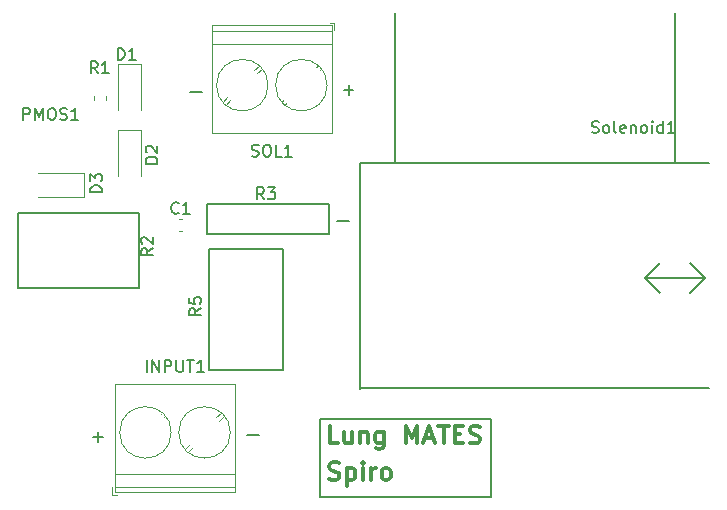
<source format=gbr>
G04 #@! TF.GenerationSoftware,KiCad,Pcbnew,5.0.1*
G04 #@! TF.CreationDate,2019-03-15T13:28:57+13:00*
G04 #@! TF.ProjectId,spiroBoard,737069726F426F6172642E6B69636164,rev?*
G04 #@! TF.SameCoordinates,Original*
G04 #@! TF.FileFunction,Legend,Top*
G04 #@! TF.FilePolarity,Positive*
%FSLAX46Y46*%
G04 Gerber Fmt 4.6, Leading zero omitted, Abs format (unit mm)*
G04 Created by KiCad (PCBNEW 5.0.1) date Fri 15 Mar 2019 01:28:57 PM NZDT*
%MOMM*%
%LPD*%
G01*
G04 APERTURE LIST*
%ADD10C,0.200000*%
%ADD11C,0.300000*%
%ADD12C,0.150000*%
%ADD13C,0.120000*%
G04 APERTURE END LIST*
D10*
X159380000Y-107060000D02*
X173870000Y-107060000D01*
X159390000Y-113640000D02*
X159390000Y-107040000D01*
X173860000Y-113640000D02*
X159390000Y-113640000D01*
X173860000Y-107080000D02*
X173860000Y-113640000D01*
D11*
X160162857Y-112167142D02*
X160377142Y-112238571D01*
X160734285Y-112238571D01*
X160877142Y-112167142D01*
X160948571Y-112095714D01*
X161020000Y-111952857D01*
X161020000Y-111810000D01*
X160948571Y-111667142D01*
X160877142Y-111595714D01*
X160734285Y-111524285D01*
X160448571Y-111452857D01*
X160305714Y-111381428D01*
X160234285Y-111310000D01*
X160162857Y-111167142D01*
X160162857Y-111024285D01*
X160234285Y-110881428D01*
X160305714Y-110810000D01*
X160448571Y-110738571D01*
X160805714Y-110738571D01*
X161020000Y-110810000D01*
X161662857Y-111238571D02*
X161662857Y-112738571D01*
X161662857Y-111310000D02*
X161805714Y-111238571D01*
X162091428Y-111238571D01*
X162234285Y-111310000D01*
X162305714Y-111381428D01*
X162377142Y-111524285D01*
X162377142Y-111952857D01*
X162305714Y-112095714D01*
X162234285Y-112167142D01*
X162091428Y-112238571D01*
X161805714Y-112238571D01*
X161662857Y-112167142D01*
X163020000Y-112238571D02*
X163020000Y-111238571D01*
X163020000Y-110738571D02*
X162948571Y-110810000D01*
X163020000Y-110881428D01*
X163091428Y-110810000D01*
X163020000Y-110738571D01*
X163020000Y-110881428D01*
X163734285Y-112238571D02*
X163734285Y-111238571D01*
X163734285Y-111524285D02*
X163805714Y-111381428D01*
X163877142Y-111310000D01*
X164020000Y-111238571D01*
X164162857Y-111238571D01*
X164877142Y-112238571D02*
X164734285Y-112167142D01*
X164662857Y-112095714D01*
X164591428Y-111952857D01*
X164591428Y-111524285D01*
X164662857Y-111381428D01*
X164734285Y-111310000D01*
X164877142Y-111238571D01*
X165091428Y-111238571D01*
X165234285Y-111310000D01*
X165305714Y-111381428D01*
X165377142Y-111524285D01*
X165377142Y-111952857D01*
X165305714Y-112095714D01*
X165234285Y-112167142D01*
X165091428Y-112238571D01*
X164877142Y-112238571D01*
X160912857Y-109128571D02*
X160198571Y-109128571D01*
X160198571Y-107628571D01*
X162055714Y-108128571D02*
X162055714Y-109128571D01*
X161412857Y-108128571D02*
X161412857Y-108914285D01*
X161484285Y-109057142D01*
X161627142Y-109128571D01*
X161841428Y-109128571D01*
X161984285Y-109057142D01*
X162055714Y-108985714D01*
X162770000Y-108128571D02*
X162770000Y-109128571D01*
X162770000Y-108271428D02*
X162841428Y-108200000D01*
X162984285Y-108128571D01*
X163198571Y-108128571D01*
X163341428Y-108200000D01*
X163412857Y-108342857D01*
X163412857Y-109128571D01*
X164770000Y-108128571D02*
X164770000Y-109342857D01*
X164698571Y-109485714D01*
X164627142Y-109557142D01*
X164484285Y-109628571D01*
X164270000Y-109628571D01*
X164127142Y-109557142D01*
X164770000Y-109057142D02*
X164627142Y-109128571D01*
X164341428Y-109128571D01*
X164198571Y-109057142D01*
X164127142Y-108985714D01*
X164055714Y-108842857D01*
X164055714Y-108414285D01*
X164127142Y-108271428D01*
X164198571Y-108200000D01*
X164341428Y-108128571D01*
X164627142Y-108128571D01*
X164770000Y-108200000D01*
X166627142Y-109128571D02*
X166627142Y-107628571D01*
X167127142Y-108700000D01*
X167627142Y-107628571D01*
X167627142Y-109128571D01*
X168270000Y-108700000D02*
X168984285Y-108700000D01*
X168127142Y-109128571D02*
X168627142Y-107628571D01*
X169127142Y-109128571D01*
X169412857Y-107628571D02*
X170270000Y-107628571D01*
X169841428Y-109128571D02*
X169841428Y-107628571D01*
X170770000Y-108342857D02*
X171270000Y-108342857D01*
X171484285Y-109128571D02*
X170770000Y-109128571D01*
X170770000Y-107628571D01*
X171484285Y-107628571D01*
X172055714Y-109057142D02*
X172270000Y-109128571D01*
X172627142Y-109128571D01*
X172770000Y-109057142D01*
X172841428Y-108985714D01*
X172912857Y-108842857D01*
X172912857Y-108700000D01*
X172841428Y-108557142D01*
X172770000Y-108485714D01*
X172627142Y-108414285D01*
X172341428Y-108342857D01*
X172198571Y-108271428D01*
X172127142Y-108200000D01*
X172055714Y-108057142D01*
X172055714Y-107914285D01*
X172127142Y-107771428D01*
X172198571Y-107700000D01*
X172341428Y-107628571D01*
X172698571Y-107628571D01*
X172912857Y-107700000D01*
D10*
X161800000Y-78800000D02*
X161800000Y-79600000D01*
X154200000Y-108400000D02*
X153184000Y-108400000D01*
X140200000Y-108600000D02*
X141000000Y-108600000D01*
X140600000Y-108184000D02*
X140600000Y-109000000D01*
X160850000Y-90290000D02*
X161866000Y-90290000D01*
X149416000Y-79400000D02*
X148400000Y-79400000D01*
X161384000Y-79200000D02*
X162200000Y-79200000D01*
D12*
G04 #@! TO.C,R3*
X160100000Y-88892000D02*
X160100000Y-91442000D01*
X149800000Y-88892000D02*
X160100000Y-88892000D01*
X149800000Y-91442000D02*
X149800000Y-88892000D01*
X160100000Y-91442000D02*
X149800000Y-91442000D01*
G04 #@! TO.C,R5*
X156240000Y-92680000D02*
X156240000Y-102880000D01*
X149940000Y-92680000D02*
X149940000Y-102880000D01*
X156240000Y-102880000D02*
X149940000Y-102880000D01*
X156240000Y-92680000D02*
X149940000Y-92680000D01*
G04 #@! TO.C,R2*
X133828000Y-89632000D02*
X133828000Y-95932000D01*
X144028000Y-89632000D02*
X144028000Y-95932000D01*
X133828000Y-95932000D02*
X144028000Y-95932000D01*
X133828000Y-89632000D02*
X144028000Y-89632000D01*
D13*
G04 #@! TO.C,C1*
X147411221Y-90168000D02*
X147736779Y-90168000D01*
X147411221Y-91188000D02*
X147736779Y-91188000D01*
G04 #@! TO.C,D1*
X144256000Y-77048000D02*
X142256000Y-77048000D01*
X142256000Y-77048000D02*
X142256000Y-80898000D01*
X144256000Y-77048000D02*
X144256000Y-80898000D01*
G04 #@! TO.C,D2*
X144256000Y-82636000D02*
X144256000Y-86486000D01*
X142256000Y-82636000D02*
X142256000Y-86486000D01*
X144256000Y-82636000D02*
X142256000Y-82636000D01*
G04 #@! TO.C,D3*
X139360000Y-88249000D02*
X139360000Y-86249000D01*
X139360000Y-86249000D02*
X135510000Y-86249000D01*
X139360000Y-88249000D02*
X135510000Y-88249000D01*
G04 #@! TO.C,INPUT1*
X146780000Y-108200000D02*
G75*
G03X146780000Y-108200000I-2180000J0D01*
G01*
X151780000Y-108200000D02*
G75*
G03X151780000Y-108200000I-2180000J0D01*
G01*
X142040000Y-112800000D02*
X152160000Y-112800000D01*
X142040000Y-111700000D02*
X152160000Y-111700000D01*
X142040000Y-104140000D02*
X152160000Y-104140000D01*
X142040000Y-113260000D02*
X152160000Y-113260000D01*
X142040000Y-104140000D02*
X142040000Y-113260000D01*
X152160000Y-104140000D02*
X152160000Y-113260000D01*
X146254000Y-106812000D02*
X146147000Y-106919000D01*
X143318000Y-109747000D02*
X143212000Y-109854000D01*
X145988000Y-106546000D02*
X145881000Y-106653000D01*
X143052000Y-109481000D02*
X142946000Y-109588000D01*
X151254000Y-106812000D02*
X150859000Y-107208000D01*
X148593000Y-109474000D02*
X148213000Y-109854000D01*
X150988000Y-106546000D02*
X150608000Y-106926000D01*
X148342000Y-109192000D02*
X147947000Y-109588000D01*
X141800000Y-112860000D02*
X141800000Y-113500000D01*
X141800000Y-113500000D02*
X142200000Y-113500000D01*
G04 #@! TO.C,SOL1*
X160600000Y-73500000D02*
X160200000Y-73500000D01*
X160600000Y-74140000D02*
X160600000Y-73500000D01*
X154058000Y-77808000D02*
X154453000Y-77412000D01*
X151412000Y-80454000D02*
X151792000Y-80074000D01*
X153807000Y-77526000D02*
X154187000Y-77146000D01*
X151146000Y-80188000D02*
X151541000Y-79792000D01*
X159348000Y-77519000D02*
X159454000Y-77412000D01*
X156412000Y-80454000D02*
X156519000Y-80347000D01*
X159082000Y-77253000D02*
X159188000Y-77146000D01*
X156146000Y-80188000D02*
X156253000Y-80081000D01*
X150240000Y-82860000D02*
X150240000Y-73740000D01*
X160360000Y-82860000D02*
X160360000Y-73740000D01*
X160360000Y-73740000D02*
X150240000Y-73740000D01*
X160360000Y-82860000D02*
X150240000Y-82860000D01*
X160360000Y-75300000D02*
X150240000Y-75300000D01*
X160360000Y-74200000D02*
X150240000Y-74200000D01*
X154980000Y-78800000D02*
G75*
G03X154980000Y-78800000I-2180000J0D01*
G01*
X159980000Y-78800000D02*
G75*
G03X159980000Y-78800000I-2180000J0D01*
G01*
G04 #@! TO.C,R1*
X141226000Y-79720221D02*
X141226000Y-80045779D01*
X140206000Y-79720221D02*
X140206000Y-80045779D01*
D12*
G04 #@! TO.C,Solenoid1*
X165702473Y-85375901D02*
X165702473Y-72675901D01*
X189402473Y-85375901D02*
X189402473Y-72675901D01*
X192302473Y-85375901D02*
X162802473Y-85375901D01*
X192302473Y-104475901D02*
X162802473Y-104475901D01*
X186916000Y-95090000D02*
X188186000Y-93820000D01*
X188186000Y-93820000D02*
X186916000Y-95090000D01*
X186916000Y-95090000D02*
X188186000Y-96360000D01*
X188186000Y-96360000D02*
X186916000Y-95090000D01*
X186916000Y-95090000D02*
X191996000Y-95090000D01*
X191996000Y-95090000D02*
X190726000Y-93820000D01*
X190726000Y-93820000D02*
X191996000Y-95090000D01*
X191996000Y-95090000D02*
X190726000Y-96360000D01*
X162786000Y-104488000D02*
X162786000Y-85438000D01*
G04 #@! TO.C,R3*
X154633333Y-88452380D02*
X154300000Y-87976190D01*
X154061904Y-88452380D02*
X154061904Y-87452380D01*
X154442857Y-87452380D01*
X154538095Y-87500000D01*
X154585714Y-87547619D01*
X154633333Y-87642857D01*
X154633333Y-87785714D01*
X154585714Y-87880952D01*
X154538095Y-87928571D01*
X154442857Y-87976190D01*
X154061904Y-87976190D01*
X154966666Y-87452380D02*
X155585714Y-87452380D01*
X155252380Y-87833333D01*
X155395238Y-87833333D01*
X155490476Y-87880952D01*
X155538095Y-87928571D01*
X155585714Y-88023809D01*
X155585714Y-88261904D01*
X155538095Y-88357142D01*
X155490476Y-88404761D01*
X155395238Y-88452380D01*
X155109523Y-88452380D01*
X155014285Y-88404761D01*
X154966666Y-88357142D01*
G04 #@! TO.C,R5*
X149296380Y-97702666D02*
X148820190Y-98036000D01*
X149296380Y-98274095D02*
X148296380Y-98274095D01*
X148296380Y-97893142D01*
X148344000Y-97797904D01*
X148391619Y-97750285D01*
X148486857Y-97702666D01*
X148629714Y-97702666D01*
X148724952Y-97750285D01*
X148772571Y-97797904D01*
X148820190Y-97893142D01*
X148820190Y-98274095D01*
X148296380Y-96797904D02*
X148296380Y-97274095D01*
X148772571Y-97321714D01*
X148724952Y-97274095D01*
X148677333Y-97178857D01*
X148677333Y-96940761D01*
X148724952Y-96845523D01*
X148772571Y-96797904D01*
X148867809Y-96750285D01*
X149105904Y-96750285D01*
X149201142Y-96797904D01*
X149248761Y-96845523D01*
X149296380Y-96940761D01*
X149296380Y-97178857D01*
X149248761Y-97274095D01*
X149201142Y-97321714D01*
G04 #@! TO.C,R2*
X145232380Y-92622666D02*
X144756190Y-92956000D01*
X145232380Y-93194095D02*
X144232380Y-93194095D01*
X144232380Y-92813142D01*
X144280000Y-92717904D01*
X144327619Y-92670285D01*
X144422857Y-92622666D01*
X144565714Y-92622666D01*
X144660952Y-92670285D01*
X144708571Y-92717904D01*
X144756190Y-92813142D01*
X144756190Y-93194095D01*
X144327619Y-92241714D02*
X144280000Y-92194095D01*
X144232380Y-92098857D01*
X144232380Y-91860761D01*
X144280000Y-91765523D01*
X144327619Y-91717904D01*
X144422857Y-91670285D01*
X144518095Y-91670285D01*
X144660952Y-91717904D01*
X145232380Y-92289333D01*
X145232380Y-91670285D01*
G04 #@! TO.C,C1*
X147407333Y-89605142D02*
X147359714Y-89652761D01*
X147216857Y-89700380D01*
X147121619Y-89700380D01*
X146978761Y-89652761D01*
X146883523Y-89557523D01*
X146835904Y-89462285D01*
X146788285Y-89271809D01*
X146788285Y-89128952D01*
X146835904Y-88938476D01*
X146883523Y-88843238D01*
X146978761Y-88748000D01*
X147121619Y-88700380D01*
X147216857Y-88700380D01*
X147359714Y-88748000D01*
X147407333Y-88795619D01*
X148359714Y-89700380D02*
X147788285Y-89700380D01*
X148074000Y-89700380D02*
X148074000Y-88700380D01*
X147978761Y-88843238D01*
X147883523Y-88938476D01*
X147788285Y-88986095D01*
G04 #@! TO.C,D1*
X142263904Y-76652380D02*
X142263904Y-75652380D01*
X142502000Y-75652380D01*
X142644857Y-75700000D01*
X142740095Y-75795238D01*
X142787714Y-75890476D01*
X142835333Y-76080952D01*
X142835333Y-76223809D01*
X142787714Y-76414285D01*
X142740095Y-76509523D01*
X142644857Y-76604761D01*
X142502000Y-76652380D01*
X142263904Y-76652380D01*
X143787714Y-76652380D02*
X143216285Y-76652380D01*
X143502000Y-76652380D02*
X143502000Y-75652380D01*
X143406761Y-75795238D01*
X143311523Y-75890476D01*
X143216285Y-75938095D01*
G04 #@! TO.C,D2*
X145613380Y-85447095D02*
X144613380Y-85447095D01*
X144613380Y-85209000D01*
X144661000Y-85066142D01*
X144756238Y-84970904D01*
X144851476Y-84923285D01*
X145041952Y-84875666D01*
X145184809Y-84875666D01*
X145375285Y-84923285D01*
X145470523Y-84970904D01*
X145565761Y-85066142D01*
X145613380Y-85209000D01*
X145613380Y-85447095D01*
X144708619Y-84494714D02*
X144661000Y-84447095D01*
X144613380Y-84351857D01*
X144613380Y-84113761D01*
X144661000Y-84018523D01*
X144708619Y-83970904D01*
X144803857Y-83923285D01*
X144899095Y-83923285D01*
X145041952Y-83970904D01*
X145613380Y-84542333D01*
X145613380Y-83923285D01*
G04 #@! TO.C,D3*
X140914380Y-87860095D02*
X139914380Y-87860095D01*
X139914380Y-87622000D01*
X139962000Y-87479142D01*
X140057238Y-87383904D01*
X140152476Y-87336285D01*
X140342952Y-87288666D01*
X140485809Y-87288666D01*
X140676285Y-87336285D01*
X140771523Y-87383904D01*
X140866761Y-87479142D01*
X140914380Y-87622000D01*
X140914380Y-87860095D01*
X139914380Y-86955333D02*
X139914380Y-86336285D01*
X140295333Y-86669619D01*
X140295333Y-86526761D01*
X140342952Y-86431523D01*
X140390571Y-86383904D01*
X140485809Y-86336285D01*
X140723904Y-86336285D01*
X140819142Y-86383904D01*
X140866761Y-86431523D01*
X140914380Y-86526761D01*
X140914380Y-86812476D01*
X140866761Y-86907714D01*
X140819142Y-86955333D01*
G04 #@! TO.C,INPUT1*
X144695238Y-103064380D02*
X144695238Y-102064380D01*
X145171428Y-103064380D02*
X145171428Y-102064380D01*
X145742857Y-103064380D01*
X145742857Y-102064380D01*
X146219047Y-103064380D02*
X146219047Y-102064380D01*
X146600000Y-102064380D01*
X146695238Y-102112000D01*
X146742857Y-102159619D01*
X146790476Y-102254857D01*
X146790476Y-102397714D01*
X146742857Y-102492952D01*
X146695238Y-102540571D01*
X146600000Y-102588190D01*
X146219047Y-102588190D01*
X147219047Y-102064380D02*
X147219047Y-102873904D01*
X147266666Y-102969142D01*
X147314285Y-103016761D01*
X147409523Y-103064380D01*
X147600000Y-103064380D01*
X147695238Y-103016761D01*
X147742857Y-102969142D01*
X147790476Y-102873904D01*
X147790476Y-102064380D01*
X148123809Y-102064380D02*
X148695238Y-102064380D01*
X148409523Y-103064380D02*
X148409523Y-102064380D01*
X149552380Y-103064380D02*
X148980952Y-103064380D01*
X149266666Y-103064380D02*
X149266666Y-102064380D01*
X149171428Y-102207238D01*
X149076190Y-102302476D01*
X148980952Y-102350095D01*
G04 #@! TO.C,SOL1*
X153609523Y-84792761D02*
X153752380Y-84840380D01*
X153990476Y-84840380D01*
X154085714Y-84792761D01*
X154133333Y-84745142D01*
X154180952Y-84649904D01*
X154180952Y-84554666D01*
X154133333Y-84459428D01*
X154085714Y-84411809D01*
X153990476Y-84364190D01*
X153800000Y-84316571D01*
X153704761Y-84268952D01*
X153657142Y-84221333D01*
X153609523Y-84126095D01*
X153609523Y-84030857D01*
X153657142Y-83935619D01*
X153704761Y-83888000D01*
X153800000Y-83840380D01*
X154038095Y-83840380D01*
X154180952Y-83888000D01*
X154800000Y-83840380D02*
X154990476Y-83840380D01*
X155085714Y-83888000D01*
X155180952Y-83983238D01*
X155228571Y-84173714D01*
X155228571Y-84507047D01*
X155180952Y-84697523D01*
X155085714Y-84792761D01*
X154990476Y-84840380D01*
X154800000Y-84840380D01*
X154704761Y-84792761D01*
X154609523Y-84697523D01*
X154561904Y-84507047D01*
X154561904Y-84173714D01*
X154609523Y-83983238D01*
X154704761Y-83888000D01*
X154800000Y-83840380D01*
X156133333Y-84840380D02*
X155657142Y-84840380D01*
X155657142Y-83840380D01*
X156990476Y-84840380D02*
X156419047Y-84840380D01*
X156704761Y-84840380D02*
X156704761Y-83840380D01*
X156609523Y-83983238D01*
X156514285Y-84078476D01*
X156419047Y-84126095D01*
G04 #@! TO.C,PMOS1*
X134240476Y-81742380D02*
X134240476Y-80742380D01*
X134621428Y-80742380D01*
X134716666Y-80790000D01*
X134764285Y-80837619D01*
X134811904Y-80932857D01*
X134811904Y-81075714D01*
X134764285Y-81170952D01*
X134716666Y-81218571D01*
X134621428Y-81266190D01*
X134240476Y-81266190D01*
X135240476Y-81742380D02*
X135240476Y-80742380D01*
X135573809Y-81456666D01*
X135907142Y-80742380D01*
X135907142Y-81742380D01*
X136573809Y-80742380D02*
X136764285Y-80742380D01*
X136859523Y-80790000D01*
X136954761Y-80885238D01*
X137002380Y-81075714D01*
X137002380Y-81409047D01*
X136954761Y-81599523D01*
X136859523Y-81694761D01*
X136764285Y-81742380D01*
X136573809Y-81742380D01*
X136478571Y-81694761D01*
X136383333Y-81599523D01*
X136335714Y-81409047D01*
X136335714Y-81075714D01*
X136383333Y-80885238D01*
X136478571Y-80790000D01*
X136573809Y-80742380D01*
X137383333Y-81694761D02*
X137526190Y-81742380D01*
X137764285Y-81742380D01*
X137859523Y-81694761D01*
X137907142Y-81647142D01*
X137954761Y-81551904D01*
X137954761Y-81456666D01*
X137907142Y-81361428D01*
X137859523Y-81313809D01*
X137764285Y-81266190D01*
X137573809Y-81218571D01*
X137478571Y-81170952D01*
X137430952Y-81123333D01*
X137383333Y-81028095D01*
X137383333Y-80932857D01*
X137430952Y-80837619D01*
X137478571Y-80790000D01*
X137573809Y-80742380D01*
X137811904Y-80742380D01*
X137954761Y-80790000D01*
X138907142Y-81742380D02*
X138335714Y-81742380D01*
X138621428Y-81742380D02*
X138621428Y-80742380D01*
X138526190Y-80885238D01*
X138430952Y-80980476D01*
X138335714Y-81028095D01*
G04 #@! TO.C,R1*
X140549333Y-77795380D02*
X140216000Y-77319190D01*
X139977904Y-77795380D02*
X139977904Y-76795380D01*
X140358857Y-76795380D01*
X140454095Y-76843000D01*
X140501714Y-76890619D01*
X140549333Y-76985857D01*
X140549333Y-77128714D01*
X140501714Y-77223952D01*
X140454095Y-77271571D01*
X140358857Y-77319190D01*
X139977904Y-77319190D01*
X141501714Y-77795380D02*
X140930285Y-77795380D01*
X141216000Y-77795380D02*
X141216000Y-76795380D01*
X141120761Y-76938238D01*
X141025523Y-77033476D01*
X140930285Y-77081095D01*
G04 #@! TO.C,Solenoid1*
X182400000Y-82794761D02*
X182542857Y-82842380D01*
X182780952Y-82842380D01*
X182876190Y-82794761D01*
X182923809Y-82747142D01*
X182971428Y-82651904D01*
X182971428Y-82556666D01*
X182923809Y-82461428D01*
X182876190Y-82413809D01*
X182780952Y-82366190D01*
X182590476Y-82318571D01*
X182495238Y-82270952D01*
X182447619Y-82223333D01*
X182400000Y-82128095D01*
X182400000Y-82032857D01*
X182447619Y-81937619D01*
X182495238Y-81890000D01*
X182590476Y-81842380D01*
X182828571Y-81842380D01*
X182971428Y-81890000D01*
X183542857Y-82842380D02*
X183447619Y-82794761D01*
X183400000Y-82747142D01*
X183352380Y-82651904D01*
X183352380Y-82366190D01*
X183400000Y-82270952D01*
X183447619Y-82223333D01*
X183542857Y-82175714D01*
X183685714Y-82175714D01*
X183780952Y-82223333D01*
X183828571Y-82270952D01*
X183876190Y-82366190D01*
X183876190Y-82651904D01*
X183828571Y-82747142D01*
X183780952Y-82794761D01*
X183685714Y-82842380D01*
X183542857Y-82842380D01*
X184447619Y-82842380D02*
X184352380Y-82794761D01*
X184304761Y-82699523D01*
X184304761Y-81842380D01*
X185209523Y-82794761D02*
X185114285Y-82842380D01*
X184923809Y-82842380D01*
X184828571Y-82794761D01*
X184780952Y-82699523D01*
X184780952Y-82318571D01*
X184828571Y-82223333D01*
X184923809Y-82175714D01*
X185114285Y-82175714D01*
X185209523Y-82223333D01*
X185257142Y-82318571D01*
X185257142Y-82413809D01*
X184780952Y-82509047D01*
X185685714Y-82175714D02*
X185685714Y-82842380D01*
X185685714Y-82270952D02*
X185733333Y-82223333D01*
X185828571Y-82175714D01*
X185971428Y-82175714D01*
X186066666Y-82223333D01*
X186114285Y-82318571D01*
X186114285Y-82842380D01*
X186733333Y-82842380D02*
X186638095Y-82794761D01*
X186590476Y-82747142D01*
X186542857Y-82651904D01*
X186542857Y-82366190D01*
X186590476Y-82270952D01*
X186638095Y-82223333D01*
X186733333Y-82175714D01*
X186876190Y-82175714D01*
X186971428Y-82223333D01*
X187019047Y-82270952D01*
X187066666Y-82366190D01*
X187066666Y-82651904D01*
X187019047Y-82747142D01*
X186971428Y-82794761D01*
X186876190Y-82842380D01*
X186733333Y-82842380D01*
X187495238Y-82842380D02*
X187495238Y-82175714D01*
X187495238Y-81842380D02*
X187447619Y-81890000D01*
X187495238Y-81937619D01*
X187542857Y-81890000D01*
X187495238Y-81842380D01*
X187495238Y-81937619D01*
X188400000Y-82842380D02*
X188400000Y-81842380D01*
X188400000Y-82794761D02*
X188304761Y-82842380D01*
X188114285Y-82842380D01*
X188019047Y-82794761D01*
X187971428Y-82747142D01*
X187923809Y-82651904D01*
X187923809Y-82366190D01*
X187971428Y-82270952D01*
X188019047Y-82223333D01*
X188114285Y-82175714D01*
X188304761Y-82175714D01*
X188400000Y-82223333D01*
X189400000Y-82842380D02*
X188828571Y-82842380D01*
X189114285Y-82842380D02*
X189114285Y-81842380D01*
X189019047Y-81985238D01*
X188923809Y-82080476D01*
X188828571Y-82128095D01*
G04 #@! TD*
M02*

</source>
